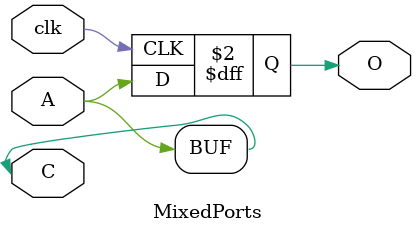
<source format=sv>
module MixedPorts(
  input  logic clk,
  input  logic A,
  output logic O,
  inout  logic C
);

  // Blocking assignment inside clocked always block
  always @(posedge clk) begin
    O = A;
  end

  // Signal assignment to drive the inout port
  assign C = A;

endmodule
</source>
